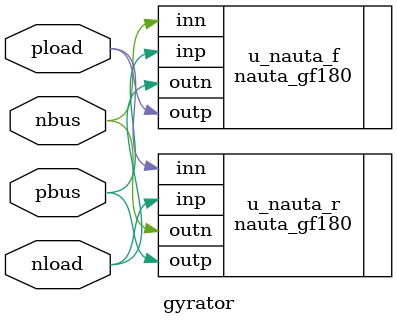
<source format=v>

module gyrator(
    inout pbus,
    inout nbus,
    inout pload,
    inout nload
);
    (* keep *) nauta_gf180 u_nauta_f(
        .inp (pbus),
        .inn (nbus),
        .outp(pload),
        .outn(nload)
    );
    (* keep *) nauta_gf180 u_nauta_r(
        .inp (nload),
        .inn (pload),
        .outp(pbus),
        .outn(nbus)
    );
endmodule /* gyrator */

</source>
